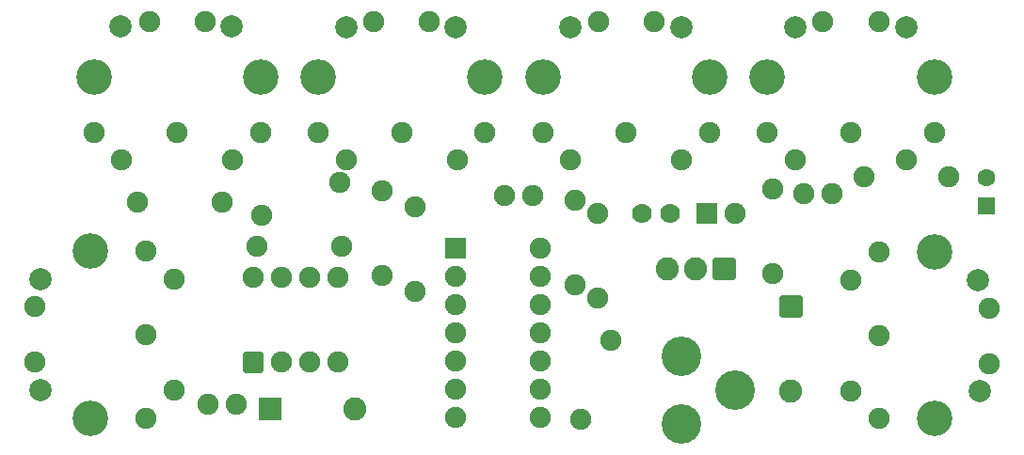
<source format=gtl>
G04 MADE WITH FRITZING*
G04 WWW.FRITZING.ORG*
G04 DOUBLE SIDED*
G04 HOLES PLATED*
G04 CONTOUR ON CENTER OF CONTOUR VECTOR*
%ASAXBY*%
%FSLAX23Y23*%
%MOIN*%
%OFA0B0*%
%SFA1.0B1.0*%
%ADD10C,0.070000*%
%ADD11C,0.075000*%
%ADD12C,0.126000*%
%ADD13C,0.082000*%
%ADD14C,0.140000*%
%ADD15C,0.062992*%
%ADD16C,0.078740*%
%ADD17R,0.082000X0.082000*%
%ADD18R,0.075000X0.075000*%
%ADD19R,0.062992X0.062992*%
%ADD20C,0.020000*%
%LNCOPPER1*%
G90*
G70*
G54D10*
X2271Y1050D03*
X2371Y1050D03*
G54D11*
X2511Y1337D03*
X2413Y1239D03*
X2216Y1337D03*
X2019Y1239D03*
X1921Y1337D03*
X2314Y1731D03*
G54D12*
X1921Y1534D03*
X2511Y1534D03*
G54D11*
X2118Y1731D03*
X921Y1337D03*
X822Y1239D03*
X626Y1337D03*
X429Y1239D03*
X330Y1337D03*
X724Y1731D03*
G54D12*
X330Y1534D03*
X921Y1534D03*
G54D11*
X527Y1731D03*
X3307Y1337D03*
X3208Y1239D03*
X3011Y1337D03*
X2814Y1239D03*
X2716Y1337D03*
X3110Y1731D03*
G54D12*
X2716Y1534D03*
X3307Y1534D03*
G54D11*
X2913Y1731D03*
X1716Y1337D03*
X1618Y1239D03*
X1421Y1337D03*
X1224Y1239D03*
X1126Y1337D03*
X1519Y1731D03*
G54D12*
X1126Y1534D03*
X1716Y1534D03*
G54D11*
X1322Y1731D03*
X3358Y1181D03*
X3058Y1181D03*
X2736Y1137D03*
X2736Y836D03*
X2161Y601D03*
X2055Y320D03*
X2846Y1121D03*
X2946Y1121D03*
X2114Y1050D03*
X2114Y750D03*
X925Y1042D03*
X1201Y1159D03*
X1784Y1114D03*
X1884Y1114D03*
X2035Y1097D03*
X2035Y797D03*
X1468Y1074D03*
X1468Y774D03*
X484Y1089D03*
X784Y1089D03*
X1350Y1129D03*
X1350Y829D03*
X909Y932D03*
X1209Y932D03*
G54D13*
X956Y357D03*
X1254Y357D03*
G54D11*
X3110Y322D03*
X3011Y420D03*
X3110Y617D03*
X3011Y814D03*
X3110Y912D03*
X3503Y518D03*
G54D12*
X3307Y912D03*
X3307Y322D03*
G54D11*
X3503Y715D03*
X515Y916D03*
X614Y818D03*
X515Y621D03*
X614Y424D03*
X515Y325D03*
X122Y719D03*
G54D12*
X318Y325D03*
X318Y916D03*
G54D11*
X122Y522D03*
X896Y522D03*
X896Y822D03*
X996Y522D03*
X996Y822D03*
X1096Y522D03*
X1096Y822D03*
X1196Y522D03*
X1196Y822D03*
X736Y373D03*
X836Y373D03*
X1613Y927D03*
X1913Y927D03*
X1613Y827D03*
X1913Y827D03*
X1613Y727D03*
X1913Y727D03*
X1613Y627D03*
X1913Y627D03*
X1613Y527D03*
X1913Y527D03*
X1613Y427D03*
X1913Y427D03*
X1613Y327D03*
X1913Y327D03*
G54D14*
X2413Y542D03*
X2413Y302D03*
X2603Y422D03*
G54D13*
X2563Y853D03*
X2463Y853D03*
X2363Y853D03*
G54D11*
X2500Y1050D03*
X2600Y1050D03*
G54D13*
X2799Y719D03*
X2799Y421D03*
G54D15*
X3492Y1077D03*
X3492Y1176D03*
G54D16*
X141Y424D03*
X141Y818D03*
X3468Y420D03*
X3460Y814D03*
X1610Y1711D03*
X818Y1715D03*
X425Y1715D03*
X1224Y1711D03*
X2019Y1711D03*
X2413Y1711D03*
X2814Y1711D03*
X3208Y1711D03*
G54D17*
X955Y357D03*
G54D18*
X1613Y927D03*
X2500Y1050D03*
G54D19*
X3492Y1077D03*
G54D20*
X868Y550D02*
X923Y550D01*
X923Y495D01*
X868Y495D01*
X868Y550D01*
D02*
X2532Y822D02*
X2532Y884D01*
X2594Y884D01*
X2594Y822D01*
X2532Y822D01*
D02*
X2830Y689D02*
X2768Y689D01*
X2768Y751D01*
X2830Y751D01*
X2830Y689D01*
D02*
G04 End of Copper1*
M02*
</source>
